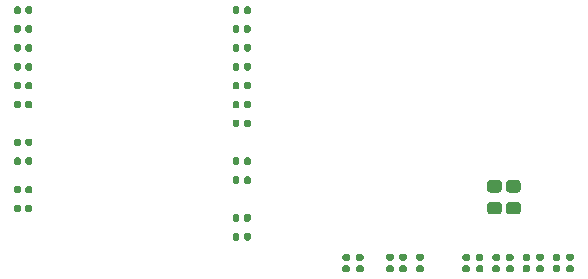
<source format=gbr>
%TF.GenerationSoftware,KiCad,Pcbnew,(5.1.6)-1*%
%TF.CreationDate,2020-11-04T19:27:13+09:00*%
%TF.ProjectId,FlightComputer,466c6967-6874-4436-9f6d-70757465722e,rev?*%
%TF.SameCoordinates,Original*%
%TF.FileFunction,Paste,Bot*%
%TF.FilePolarity,Positive*%
%FSLAX46Y46*%
G04 Gerber Fmt 4.6, Leading zero omitted, Abs format (unit mm)*
G04 Created by KiCad (PCBNEW (5.1.6)-1) date 2020-11-04 19:27:13*
%MOMM*%
%LPD*%
G01*
G04 APERTURE LIST*
G04 APERTURE END LIST*
%TO.C,R94*%
G36*
G01*
X65110000Y-81252500D02*
X65110000Y-81597500D01*
G75*
G02*
X64962500Y-81745000I-147500J0D01*
G01*
X64667500Y-81745000D01*
G75*
G02*
X64520000Y-81597500I0J147500D01*
G01*
X64520000Y-81252500D01*
G75*
G02*
X64667500Y-81105000I147500J0D01*
G01*
X64962500Y-81105000D01*
G75*
G02*
X65110000Y-81252500I0J-147500D01*
G01*
G37*
G36*
G01*
X66080000Y-81252500D02*
X66080000Y-81597500D01*
G75*
G02*
X65932500Y-81745000I-147500J0D01*
G01*
X65637500Y-81745000D01*
G75*
G02*
X65490000Y-81597500I0J147500D01*
G01*
X65490000Y-81252500D01*
G75*
G02*
X65637500Y-81105000I147500J0D01*
G01*
X65932500Y-81105000D01*
G75*
G02*
X66080000Y-81252500I0J-147500D01*
G01*
G37*
%TD*%
%TO.C,R91*%
G36*
G01*
X83990000Y-81597500D02*
X83990000Y-81252500D01*
G75*
G02*
X84137500Y-81105000I147500J0D01*
G01*
X84432500Y-81105000D01*
G75*
G02*
X84580000Y-81252500I0J-147500D01*
G01*
X84580000Y-81597500D01*
G75*
G02*
X84432500Y-81745000I-147500J0D01*
G01*
X84137500Y-81745000D01*
G75*
G02*
X83990000Y-81597500I0J147500D01*
G01*
G37*
G36*
G01*
X83020000Y-81597500D02*
X83020000Y-81252500D01*
G75*
G02*
X83167500Y-81105000I147500J0D01*
G01*
X83462500Y-81105000D01*
G75*
G02*
X83610000Y-81252500I0J-147500D01*
G01*
X83610000Y-81597500D01*
G75*
G02*
X83462500Y-81745000I-147500J0D01*
G01*
X83167500Y-81745000D01*
G75*
G02*
X83020000Y-81597500I0J147500D01*
G01*
G37*
%TD*%
%TO.C,R89*%
G36*
G01*
X83990000Y-83197500D02*
X83990000Y-82852500D01*
G75*
G02*
X84137500Y-82705000I147500J0D01*
G01*
X84432500Y-82705000D01*
G75*
G02*
X84580000Y-82852500I0J-147500D01*
G01*
X84580000Y-83197500D01*
G75*
G02*
X84432500Y-83345000I-147500J0D01*
G01*
X84137500Y-83345000D01*
G75*
G02*
X83990000Y-83197500I0J147500D01*
G01*
G37*
G36*
G01*
X83020000Y-83197500D02*
X83020000Y-82852500D01*
G75*
G02*
X83167500Y-82705000I147500J0D01*
G01*
X83462500Y-82705000D01*
G75*
G02*
X83610000Y-82852500I0J-147500D01*
G01*
X83610000Y-83197500D01*
G75*
G02*
X83462500Y-83345000I-147500J0D01*
G01*
X83167500Y-83345000D01*
G75*
G02*
X83020000Y-83197500I0J147500D01*
G01*
G37*
%TD*%
%TO.C,R88*%
G36*
G01*
X65110000Y-82852500D02*
X65110000Y-83197500D01*
G75*
G02*
X64962500Y-83345000I-147500J0D01*
G01*
X64667500Y-83345000D01*
G75*
G02*
X64520000Y-83197500I0J147500D01*
G01*
X64520000Y-82852500D01*
G75*
G02*
X64667500Y-82705000I147500J0D01*
G01*
X64962500Y-82705000D01*
G75*
G02*
X65110000Y-82852500I0J-147500D01*
G01*
G37*
G36*
G01*
X66080000Y-82852500D02*
X66080000Y-83197500D01*
G75*
G02*
X65932500Y-83345000I-147500J0D01*
G01*
X65637500Y-83345000D01*
G75*
G02*
X65490000Y-83197500I0J147500D01*
G01*
X65490000Y-82852500D01*
G75*
G02*
X65637500Y-82705000I147500J0D01*
G01*
X65932500Y-82705000D01*
G75*
G02*
X66080000Y-82852500I0J-147500D01*
G01*
G37*
%TD*%
%TO.C,R85*%
G36*
G01*
X83990000Y-79997500D02*
X83990000Y-79652500D01*
G75*
G02*
X84137500Y-79505000I147500J0D01*
G01*
X84432500Y-79505000D01*
G75*
G02*
X84580000Y-79652500I0J-147500D01*
G01*
X84580000Y-79997500D01*
G75*
G02*
X84432500Y-80145000I-147500J0D01*
G01*
X84137500Y-80145000D01*
G75*
G02*
X83990000Y-79997500I0J147500D01*
G01*
G37*
G36*
G01*
X83020000Y-79997500D02*
X83020000Y-79652500D01*
G75*
G02*
X83167500Y-79505000I147500J0D01*
G01*
X83462500Y-79505000D01*
G75*
G02*
X83610000Y-79652500I0J-147500D01*
G01*
X83610000Y-79997500D01*
G75*
G02*
X83462500Y-80145000I-147500J0D01*
G01*
X83167500Y-80145000D01*
G75*
G02*
X83020000Y-79997500I0J147500D01*
G01*
G37*
%TD*%
%TO.C,R82*%
G36*
G01*
X65490000Y-91997500D02*
X65490000Y-91652500D01*
G75*
G02*
X65637500Y-91505000I147500J0D01*
G01*
X65932500Y-91505000D01*
G75*
G02*
X66080000Y-91652500I0J-147500D01*
G01*
X66080000Y-91997500D01*
G75*
G02*
X65932500Y-92145000I-147500J0D01*
G01*
X65637500Y-92145000D01*
G75*
G02*
X65490000Y-91997500I0J147500D01*
G01*
G37*
G36*
G01*
X64520000Y-91997500D02*
X64520000Y-91652500D01*
G75*
G02*
X64667500Y-91505000I147500J0D01*
G01*
X64962500Y-91505000D01*
G75*
G02*
X65110000Y-91652500I0J-147500D01*
G01*
X65110000Y-91997500D01*
G75*
G02*
X64962500Y-92145000I-147500J0D01*
G01*
X64667500Y-92145000D01*
G75*
G02*
X64520000Y-91997500I0J147500D01*
G01*
G37*
%TD*%
%TO.C,R80*%
G36*
G01*
X65490000Y-90397500D02*
X65490000Y-90052500D01*
G75*
G02*
X65637500Y-89905000I147500J0D01*
G01*
X65932500Y-89905000D01*
G75*
G02*
X66080000Y-90052500I0J-147500D01*
G01*
X66080000Y-90397500D01*
G75*
G02*
X65932500Y-90545000I-147500J0D01*
G01*
X65637500Y-90545000D01*
G75*
G02*
X65490000Y-90397500I0J147500D01*
G01*
G37*
G36*
G01*
X64520000Y-90397500D02*
X64520000Y-90052500D01*
G75*
G02*
X64667500Y-89905000I147500J0D01*
G01*
X64962500Y-89905000D01*
G75*
G02*
X65110000Y-90052500I0J-147500D01*
G01*
X65110000Y-90397500D01*
G75*
G02*
X64962500Y-90545000I-147500J0D01*
G01*
X64667500Y-90545000D01*
G75*
G02*
X64520000Y-90397500I0J147500D01*
G01*
G37*
%TD*%
%TO.C,R78*%
G36*
G01*
X65110000Y-79652500D02*
X65110000Y-79997500D01*
G75*
G02*
X64962500Y-80145000I-147500J0D01*
G01*
X64667500Y-80145000D01*
G75*
G02*
X64520000Y-79997500I0J147500D01*
G01*
X64520000Y-79652500D01*
G75*
G02*
X64667500Y-79505000I147500J0D01*
G01*
X64962500Y-79505000D01*
G75*
G02*
X65110000Y-79652500I0J-147500D01*
G01*
G37*
G36*
G01*
X66080000Y-79652500D02*
X66080000Y-79997500D01*
G75*
G02*
X65932500Y-80145000I-147500J0D01*
G01*
X65637500Y-80145000D01*
G75*
G02*
X65490000Y-79997500I0J147500D01*
G01*
X65490000Y-79652500D01*
G75*
G02*
X65637500Y-79505000I147500J0D01*
G01*
X65932500Y-79505000D01*
G75*
G02*
X66080000Y-79652500I0J-147500D01*
G01*
G37*
%TD*%
%TO.C,R74*%
G36*
G01*
X83990000Y-78397500D02*
X83990000Y-78052500D01*
G75*
G02*
X84137500Y-77905000I147500J0D01*
G01*
X84432500Y-77905000D01*
G75*
G02*
X84580000Y-78052500I0J-147500D01*
G01*
X84580000Y-78397500D01*
G75*
G02*
X84432500Y-78545000I-147500J0D01*
G01*
X84137500Y-78545000D01*
G75*
G02*
X83990000Y-78397500I0J147500D01*
G01*
G37*
G36*
G01*
X83020000Y-78397500D02*
X83020000Y-78052500D01*
G75*
G02*
X83167500Y-77905000I147500J0D01*
G01*
X83462500Y-77905000D01*
G75*
G02*
X83610000Y-78052500I0J-147500D01*
G01*
X83610000Y-78397500D01*
G75*
G02*
X83462500Y-78545000I-147500J0D01*
G01*
X83167500Y-78545000D01*
G75*
G02*
X83020000Y-78397500I0J147500D01*
G01*
G37*
%TD*%
%TO.C,R73*%
G36*
G01*
X65490000Y-87997500D02*
X65490000Y-87652500D01*
G75*
G02*
X65637500Y-87505000I147500J0D01*
G01*
X65932500Y-87505000D01*
G75*
G02*
X66080000Y-87652500I0J-147500D01*
G01*
X66080000Y-87997500D01*
G75*
G02*
X65932500Y-88145000I-147500J0D01*
G01*
X65637500Y-88145000D01*
G75*
G02*
X65490000Y-87997500I0J147500D01*
G01*
G37*
G36*
G01*
X64520000Y-87997500D02*
X64520000Y-87652500D01*
G75*
G02*
X64667500Y-87505000I147500J0D01*
G01*
X64962500Y-87505000D01*
G75*
G02*
X65110000Y-87652500I0J-147500D01*
G01*
X65110000Y-87997500D01*
G75*
G02*
X64962500Y-88145000I-147500J0D01*
G01*
X64667500Y-88145000D01*
G75*
G02*
X64520000Y-87997500I0J147500D01*
G01*
G37*
%TD*%
%TO.C,R68*%
G36*
G01*
X65110000Y-78052500D02*
X65110000Y-78397500D01*
G75*
G02*
X64962500Y-78545000I-147500J0D01*
G01*
X64667500Y-78545000D01*
G75*
G02*
X64520000Y-78397500I0J147500D01*
G01*
X64520000Y-78052500D01*
G75*
G02*
X64667500Y-77905000I147500J0D01*
G01*
X64962500Y-77905000D01*
G75*
G02*
X65110000Y-78052500I0J-147500D01*
G01*
G37*
G36*
G01*
X66080000Y-78052500D02*
X66080000Y-78397500D01*
G75*
G02*
X65932500Y-78545000I-147500J0D01*
G01*
X65637500Y-78545000D01*
G75*
G02*
X65490000Y-78397500I0J147500D01*
G01*
X65490000Y-78052500D01*
G75*
G02*
X65637500Y-77905000I147500J0D01*
G01*
X65932500Y-77905000D01*
G75*
G02*
X66080000Y-78052500I0J-147500D01*
G01*
G37*
%TD*%
%TO.C,R63*%
G36*
G01*
X65110000Y-76452500D02*
X65110000Y-76797500D01*
G75*
G02*
X64962500Y-76945000I-147500J0D01*
G01*
X64667500Y-76945000D01*
G75*
G02*
X64520000Y-76797500I0J147500D01*
G01*
X64520000Y-76452500D01*
G75*
G02*
X64667500Y-76305000I147500J0D01*
G01*
X64962500Y-76305000D01*
G75*
G02*
X65110000Y-76452500I0J-147500D01*
G01*
G37*
G36*
G01*
X66080000Y-76452500D02*
X66080000Y-76797500D01*
G75*
G02*
X65932500Y-76945000I-147500J0D01*
G01*
X65637500Y-76945000D01*
G75*
G02*
X65490000Y-76797500I0J147500D01*
G01*
X65490000Y-76452500D01*
G75*
G02*
X65637500Y-76305000I147500J0D01*
G01*
X65932500Y-76305000D01*
G75*
G02*
X66080000Y-76452500I0J-147500D01*
G01*
G37*
%TD*%
%TO.C,R60*%
G36*
G01*
X83610000Y-87652500D02*
X83610000Y-87997500D01*
G75*
G02*
X83462500Y-88145000I-147500J0D01*
G01*
X83167500Y-88145000D01*
G75*
G02*
X83020000Y-87997500I0J147500D01*
G01*
X83020000Y-87652500D01*
G75*
G02*
X83167500Y-87505000I147500J0D01*
G01*
X83462500Y-87505000D01*
G75*
G02*
X83610000Y-87652500I0J-147500D01*
G01*
G37*
G36*
G01*
X84580000Y-87652500D02*
X84580000Y-87997500D01*
G75*
G02*
X84432500Y-88145000I-147500J0D01*
G01*
X84137500Y-88145000D01*
G75*
G02*
X83990000Y-87997500I0J147500D01*
G01*
X83990000Y-87652500D01*
G75*
G02*
X84137500Y-87505000I147500J0D01*
G01*
X84432500Y-87505000D01*
G75*
G02*
X84580000Y-87652500I0J-147500D01*
G01*
G37*
%TD*%
%TO.C,R59*%
G36*
G01*
X65110000Y-74852500D02*
X65110000Y-75197500D01*
G75*
G02*
X64962500Y-75345000I-147500J0D01*
G01*
X64667500Y-75345000D01*
G75*
G02*
X64520000Y-75197500I0J147500D01*
G01*
X64520000Y-74852500D01*
G75*
G02*
X64667500Y-74705000I147500J0D01*
G01*
X64962500Y-74705000D01*
G75*
G02*
X65110000Y-74852500I0J-147500D01*
G01*
G37*
G36*
G01*
X66080000Y-74852500D02*
X66080000Y-75197500D01*
G75*
G02*
X65932500Y-75345000I-147500J0D01*
G01*
X65637500Y-75345000D01*
G75*
G02*
X65490000Y-75197500I0J147500D01*
G01*
X65490000Y-74852500D01*
G75*
G02*
X65637500Y-74705000I147500J0D01*
G01*
X65932500Y-74705000D01*
G75*
G02*
X66080000Y-74852500I0J-147500D01*
G01*
G37*
%TD*%
%TO.C,R58*%
G36*
G01*
X83610000Y-89252500D02*
X83610000Y-89597500D01*
G75*
G02*
X83462500Y-89745000I-147500J0D01*
G01*
X83167500Y-89745000D01*
G75*
G02*
X83020000Y-89597500I0J147500D01*
G01*
X83020000Y-89252500D01*
G75*
G02*
X83167500Y-89105000I147500J0D01*
G01*
X83462500Y-89105000D01*
G75*
G02*
X83610000Y-89252500I0J-147500D01*
G01*
G37*
G36*
G01*
X84580000Y-89252500D02*
X84580000Y-89597500D01*
G75*
G02*
X84432500Y-89745000I-147500J0D01*
G01*
X84137500Y-89745000D01*
G75*
G02*
X83990000Y-89597500I0J147500D01*
G01*
X83990000Y-89252500D01*
G75*
G02*
X84137500Y-89105000I147500J0D01*
G01*
X84432500Y-89105000D01*
G75*
G02*
X84580000Y-89252500I0J-147500D01*
G01*
G37*
%TD*%
%TO.C,R57*%
G36*
G01*
X83990000Y-75197500D02*
X83990000Y-74852500D01*
G75*
G02*
X84137500Y-74705000I147500J0D01*
G01*
X84432500Y-74705000D01*
G75*
G02*
X84580000Y-74852500I0J-147500D01*
G01*
X84580000Y-75197500D01*
G75*
G02*
X84432500Y-75345000I-147500J0D01*
G01*
X84137500Y-75345000D01*
G75*
G02*
X83990000Y-75197500I0J147500D01*
G01*
G37*
G36*
G01*
X83020000Y-75197500D02*
X83020000Y-74852500D01*
G75*
G02*
X83167500Y-74705000I147500J0D01*
G01*
X83462500Y-74705000D01*
G75*
G02*
X83610000Y-74852500I0J-147500D01*
G01*
X83610000Y-75197500D01*
G75*
G02*
X83462500Y-75345000I-147500J0D01*
G01*
X83167500Y-75345000D01*
G75*
G02*
X83020000Y-75197500I0J147500D01*
G01*
G37*
%TD*%
%TO.C,R53*%
G36*
G01*
X83990000Y-76797500D02*
X83990000Y-76452500D01*
G75*
G02*
X84137500Y-76305000I147500J0D01*
G01*
X84432500Y-76305000D01*
G75*
G02*
X84580000Y-76452500I0J-147500D01*
G01*
X84580000Y-76797500D01*
G75*
G02*
X84432500Y-76945000I-147500J0D01*
G01*
X84137500Y-76945000D01*
G75*
G02*
X83990000Y-76797500I0J147500D01*
G01*
G37*
G36*
G01*
X83020000Y-76797500D02*
X83020000Y-76452500D01*
G75*
G02*
X83167500Y-76305000I147500J0D01*
G01*
X83462500Y-76305000D01*
G75*
G02*
X83610000Y-76452500I0J-147500D01*
G01*
X83610000Y-76797500D01*
G75*
G02*
X83462500Y-76945000I-147500J0D01*
G01*
X83167500Y-76945000D01*
G75*
G02*
X83020000Y-76797500I0J147500D01*
G01*
G37*
%TD*%
%TO.C,R52*%
G36*
G01*
X83610000Y-92452500D02*
X83610000Y-92797500D01*
G75*
G02*
X83462500Y-92945000I-147500J0D01*
G01*
X83167500Y-92945000D01*
G75*
G02*
X83020000Y-92797500I0J147500D01*
G01*
X83020000Y-92452500D01*
G75*
G02*
X83167500Y-92305000I147500J0D01*
G01*
X83462500Y-92305000D01*
G75*
G02*
X83610000Y-92452500I0J-147500D01*
G01*
G37*
G36*
G01*
X84580000Y-92452500D02*
X84580000Y-92797500D01*
G75*
G02*
X84432500Y-92945000I-147500J0D01*
G01*
X84137500Y-92945000D01*
G75*
G02*
X83990000Y-92797500I0J147500D01*
G01*
X83990000Y-92452500D01*
G75*
G02*
X84137500Y-92305000I147500J0D01*
G01*
X84432500Y-92305000D01*
G75*
G02*
X84580000Y-92452500I0J-147500D01*
G01*
G37*
%TD*%
%TO.C,R50*%
G36*
G01*
X83610000Y-94052500D02*
X83610000Y-94397500D01*
G75*
G02*
X83462500Y-94545000I-147500J0D01*
G01*
X83167500Y-94545000D01*
G75*
G02*
X83020000Y-94397500I0J147500D01*
G01*
X83020000Y-94052500D01*
G75*
G02*
X83167500Y-93905000I147500J0D01*
G01*
X83462500Y-93905000D01*
G75*
G02*
X83610000Y-94052500I0J-147500D01*
G01*
G37*
G36*
G01*
X84580000Y-94052500D02*
X84580000Y-94397500D01*
G75*
G02*
X84432500Y-94545000I-147500J0D01*
G01*
X84137500Y-94545000D01*
G75*
G02*
X83990000Y-94397500I0J147500D01*
G01*
X83990000Y-94052500D01*
G75*
G02*
X84137500Y-93905000I147500J0D01*
G01*
X84432500Y-93905000D01*
G75*
G02*
X84580000Y-94052500I0J-147500D01*
G01*
G37*
%TD*%
%TO.C,R9*%
G36*
G01*
X98727500Y-96640000D02*
X99072500Y-96640000D01*
G75*
G02*
X99220000Y-96787500I0J-147500D01*
G01*
X99220000Y-97082500D01*
G75*
G02*
X99072500Y-97230000I-147500J0D01*
G01*
X98727500Y-97230000D01*
G75*
G02*
X98580000Y-97082500I0J147500D01*
G01*
X98580000Y-96787500D01*
G75*
G02*
X98727500Y-96640000I147500J0D01*
G01*
G37*
G36*
G01*
X98727500Y-95670000D02*
X99072500Y-95670000D01*
G75*
G02*
X99220000Y-95817500I0J-147500D01*
G01*
X99220000Y-96112500D01*
G75*
G02*
X99072500Y-96260000I-147500J0D01*
G01*
X98727500Y-96260000D01*
G75*
G02*
X98580000Y-96112500I0J147500D01*
G01*
X98580000Y-95817500D01*
G75*
G02*
X98727500Y-95670000I147500J0D01*
G01*
G37*
%TD*%
%TO.C,L6*%
G36*
G01*
X111427500Y-96640000D02*
X111772500Y-96640000D01*
G75*
G02*
X111920000Y-96787500I0J-147500D01*
G01*
X111920000Y-97082500D01*
G75*
G02*
X111772500Y-97230000I-147500J0D01*
G01*
X111427500Y-97230000D01*
G75*
G02*
X111280000Y-97082500I0J147500D01*
G01*
X111280000Y-96787500D01*
G75*
G02*
X111427500Y-96640000I147500J0D01*
G01*
G37*
G36*
G01*
X111427500Y-95670000D02*
X111772500Y-95670000D01*
G75*
G02*
X111920000Y-95817500I0J-147500D01*
G01*
X111920000Y-96112500D01*
G75*
G02*
X111772500Y-96260000I-147500J0D01*
G01*
X111427500Y-96260000D01*
G75*
G02*
X111280000Y-96112500I0J147500D01*
G01*
X111280000Y-95817500D01*
G75*
G02*
X111427500Y-95670000I147500J0D01*
G01*
G37*
%TD*%
%TO.C,L5*%
G36*
G01*
X108877500Y-96640000D02*
X109222500Y-96640000D01*
G75*
G02*
X109370000Y-96787500I0J-147500D01*
G01*
X109370000Y-97082500D01*
G75*
G02*
X109222500Y-97230000I-147500J0D01*
G01*
X108877500Y-97230000D01*
G75*
G02*
X108730000Y-97082500I0J147500D01*
G01*
X108730000Y-96787500D01*
G75*
G02*
X108877500Y-96640000I147500J0D01*
G01*
G37*
G36*
G01*
X108877500Y-95670000D02*
X109222500Y-95670000D01*
G75*
G02*
X109370000Y-95817500I0J-147500D01*
G01*
X109370000Y-96112500D01*
G75*
G02*
X109222500Y-96260000I-147500J0D01*
G01*
X108877500Y-96260000D01*
G75*
G02*
X108730000Y-96112500I0J147500D01*
G01*
X108730000Y-95817500D01*
G75*
G02*
X108877500Y-95670000I147500J0D01*
G01*
G37*
%TD*%
%TO.C,L4*%
G36*
G01*
X106327500Y-96640000D02*
X106672500Y-96640000D01*
G75*
G02*
X106820000Y-96787500I0J-147500D01*
G01*
X106820000Y-97082500D01*
G75*
G02*
X106672500Y-97230000I-147500J0D01*
G01*
X106327500Y-97230000D01*
G75*
G02*
X106180000Y-97082500I0J147500D01*
G01*
X106180000Y-96787500D01*
G75*
G02*
X106327500Y-96640000I147500J0D01*
G01*
G37*
G36*
G01*
X106327500Y-95670000D02*
X106672500Y-95670000D01*
G75*
G02*
X106820000Y-95817500I0J-147500D01*
G01*
X106820000Y-96112500D01*
G75*
G02*
X106672500Y-96260000I-147500J0D01*
G01*
X106327500Y-96260000D01*
G75*
G02*
X106180000Y-96112500I0J147500D01*
G01*
X106180000Y-95817500D01*
G75*
G02*
X106327500Y-95670000I147500J0D01*
G01*
G37*
%TD*%
%TO.C,L3*%
G36*
G01*
X103777500Y-96640000D02*
X104122500Y-96640000D01*
G75*
G02*
X104270000Y-96787500I0J-147500D01*
G01*
X104270000Y-97082500D01*
G75*
G02*
X104122500Y-97230000I-147500J0D01*
G01*
X103777500Y-97230000D01*
G75*
G02*
X103630000Y-97082500I0J147500D01*
G01*
X103630000Y-96787500D01*
G75*
G02*
X103777500Y-96640000I147500J0D01*
G01*
G37*
G36*
G01*
X103777500Y-95670000D02*
X104122500Y-95670000D01*
G75*
G02*
X104270000Y-95817500I0J-147500D01*
G01*
X104270000Y-96112500D01*
G75*
G02*
X104122500Y-96260000I-147500J0D01*
G01*
X103777500Y-96260000D01*
G75*
G02*
X103630000Y-96112500I0J147500D01*
G01*
X103630000Y-95817500D01*
G75*
G02*
X103777500Y-95670000I147500J0D01*
G01*
G37*
%TD*%
%TO.C,L2*%
G36*
G01*
X96177500Y-96640000D02*
X96522500Y-96640000D01*
G75*
G02*
X96670000Y-96787500I0J-147500D01*
G01*
X96670000Y-97082500D01*
G75*
G02*
X96522500Y-97230000I-147500J0D01*
G01*
X96177500Y-97230000D01*
G75*
G02*
X96030000Y-97082500I0J147500D01*
G01*
X96030000Y-96787500D01*
G75*
G02*
X96177500Y-96640000I147500J0D01*
G01*
G37*
G36*
G01*
X96177500Y-95670000D02*
X96522500Y-95670000D01*
G75*
G02*
X96670000Y-95817500I0J-147500D01*
G01*
X96670000Y-96112500D01*
G75*
G02*
X96522500Y-96260000I-147500J0D01*
G01*
X96177500Y-96260000D01*
G75*
G02*
X96030000Y-96112500I0J147500D01*
G01*
X96030000Y-95817500D01*
G75*
G02*
X96177500Y-95670000I147500J0D01*
G01*
G37*
%TD*%
%TO.C,L1*%
G36*
G01*
X93627500Y-96640000D02*
X93972500Y-96640000D01*
G75*
G02*
X94120000Y-96787500I0J-147500D01*
G01*
X94120000Y-97082500D01*
G75*
G02*
X93972500Y-97230000I-147500J0D01*
G01*
X93627500Y-97230000D01*
G75*
G02*
X93480000Y-97082500I0J147500D01*
G01*
X93480000Y-96787500D01*
G75*
G02*
X93627500Y-96640000I147500J0D01*
G01*
G37*
G36*
G01*
X93627500Y-95670000D02*
X93972500Y-95670000D01*
G75*
G02*
X94120000Y-95817500I0J-147500D01*
G01*
X94120000Y-96112500D01*
G75*
G02*
X93972500Y-96260000I-147500J0D01*
G01*
X93627500Y-96260000D01*
G75*
G02*
X93480000Y-96112500I0J147500D01*
G01*
X93480000Y-95817500D01*
G75*
G02*
X93627500Y-95670000I147500J0D01*
G01*
G37*
%TD*%
%TO.C,C48*%
G36*
G01*
X83610000Y-84452500D02*
X83610000Y-84797500D01*
G75*
G02*
X83462500Y-84945000I-147500J0D01*
G01*
X83167500Y-84945000D01*
G75*
G02*
X83020000Y-84797500I0J147500D01*
G01*
X83020000Y-84452500D01*
G75*
G02*
X83167500Y-84305000I147500J0D01*
G01*
X83462500Y-84305000D01*
G75*
G02*
X83610000Y-84452500I0J-147500D01*
G01*
G37*
G36*
G01*
X84580000Y-84452500D02*
X84580000Y-84797500D01*
G75*
G02*
X84432500Y-84945000I-147500J0D01*
G01*
X84137500Y-84945000D01*
G75*
G02*
X83990000Y-84797500I0J147500D01*
G01*
X83990000Y-84452500D01*
G75*
G02*
X84137500Y-84305000I147500J0D01*
G01*
X84432500Y-84305000D01*
G75*
G02*
X84580000Y-84452500I0J-147500D01*
G01*
G37*
%TD*%
%TO.C,C43*%
G36*
G01*
X65490000Y-86397500D02*
X65490000Y-86052500D01*
G75*
G02*
X65637500Y-85905000I147500J0D01*
G01*
X65932500Y-85905000D01*
G75*
G02*
X66080000Y-86052500I0J-147500D01*
G01*
X66080000Y-86397500D01*
G75*
G02*
X65932500Y-86545000I-147500J0D01*
G01*
X65637500Y-86545000D01*
G75*
G02*
X65490000Y-86397500I0J147500D01*
G01*
G37*
G36*
G01*
X64520000Y-86397500D02*
X64520000Y-86052500D01*
G75*
G02*
X64667500Y-85905000I147500J0D01*
G01*
X64962500Y-85905000D01*
G75*
G02*
X65110000Y-86052500I0J-147500D01*
G01*
X65110000Y-86397500D01*
G75*
G02*
X64962500Y-86545000I-147500J0D01*
G01*
X64667500Y-86545000D01*
G75*
G02*
X64520000Y-86397500I0J147500D01*
G01*
G37*
%TD*%
%TO.C,C13*%
G36*
G01*
X110622500Y-96260000D02*
X110277500Y-96260000D01*
G75*
G02*
X110130000Y-96112500I0J147500D01*
G01*
X110130000Y-95817500D01*
G75*
G02*
X110277500Y-95670000I147500J0D01*
G01*
X110622500Y-95670000D01*
G75*
G02*
X110770000Y-95817500I0J-147500D01*
G01*
X110770000Y-96112500D01*
G75*
G02*
X110622500Y-96260000I-147500J0D01*
G01*
G37*
G36*
G01*
X110622500Y-97230000D02*
X110277500Y-97230000D01*
G75*
G02*
X110130000Y-97082500I0J147500D01*
G01*
X110130000Y-96787500D01*
G75*
G02*
X110277500Y-96640000I147500J0D01*
G01*
X110622500Y-96640000D01*
G75*
G02*
X110770000Y-96787500I0J-147500D01*
G01*
X110770000Y-97082500D01*
G75*
G02*
X110622500Y-97230000I-147500J0D01*
G01*
G37*
%TD*%
%TO.C,C12*%
G36*
G01*
X108072500Y-96260000D02*
X107727500Y-96260000D01*
G75*
G02*
X107580000Y-96112500I0J147500D01*
G01*
X107580000Y-95817500D01*
G75*
G02*
X107727500Y-95670000I147500J0D01*
G01*
X108072500Y-95670000D01*
G75*
G02*
X108220000Y-95817500I0J-147500D01*
G01*
X108220000Y-96112500D01*
G75*
G02*
X108072500Y-96260000I-147500J0D01*
G01*
G37*
G36*
G01*
X108072500Y-97230000D02*
X107727500Y-97230000D01*
G75*
G02*
X107580000Y-97082500I0J147500D01*
G01*
X107580000Y-96787500D01*
G75*
G02*
X107727500Y-96640000I147500J0D01*
G01*
X108072500Y-96640000D01*
G75*
G02*
X108220000Y-96787500I0J-147500D01*
G01*
X108220000Y-97082500D01*
G75*
G02*
X108072500Y-97230000I-147500J0D01*
G01*
G37*
%TD*%
%TO.C,C11*%
G36*
G01*
X105522500Y-96260000D02*
X105177500Y-96260000D01*
G75*
G02*
X105030000Y-96112500I0J147500D01*
G01*
X105030000Y-95817500D01*
G75*
G02*
X105177500Y-95670000I147500J0D01*
G01*
X105522500Y-95670000D01*
G75*
G02*
X105670000Y-95817500I0J-147500D01*
G01*
X105670000Y-96112500D01*
G75*
G02*
X105522500Y-96260000I-147500J0D01*
G01*
G37*
G36*
G01*
X105522500Y-97230000D02*
X105177500Y-97230000D01*
G75*
G02*
X105030000Y-97082500I0J147500D01*
G01*
X105030000Y-96787500D01*
G75*
G02*
X105177500Y-96640000I147500J0D01*
G01*
X105522500Y-96640000D01*
G75*
G02*
X105670000Y-96787500I0J-147500D01*
G01*
X105670000Y-97082500D01*
G75*
G02*
X105522500Y-97230000I-147500J0D01*
G01*
G37*
%TD*%
%TO.C,C10*%
G36*
G01*
X102972500Y-96260000D02*
X102627500Y-96260000D01*
G75*
G02*
X102480000Y-96112500I0J147500D01*
G01*
X102480000Y-95817500D01*
G75*
G02*
X102627500Y-95670000I147500J0D01*
G01*
X102972500Y-95670000D01*
G75*
G02*
X103120000Y-95817500I0J-147500D01*
G01*
X103120000Y-96112500D01*
G75*
G02*
X102972500Y-96260000I-147500J0D01*
G01*
G37*
G36*
G01*
X102972500Y-97230000D02*
X102627500Y-97230000D01*
G75*
G02*
X102480000Y-97082500I0J147500D01*
G01*
X102480000Y-96787500D01*
G75*
G02*
X102627500Y-96640000I147500J0D01*
G01*
X102972500Y-96640000D01*
G75*
G02*
X103120000Y-96787500I0J-147500D01*
G01*
X103120000Y-97082500D01*
G75*
G02*
X102972500Y-97230000I-147500J0D01*
G01*
G37*
%TD*%
%TO.C,C9*%
G36*
G01*
X105825000Y-91524999D02*
X105825000Y-92075001D01*
G75*
G02*
X105575001Y-92325000I-249999J0D01*
G01*
X104824999Y-92325000D01*
G75*
G02*
X104575000Y-92075001I0J249999D01*
G01*
X104575000Y-91524999D01*
G75*
G02*
X104824999Y-91275000I249999J0D01*
G01*
X105575001Y-91275000D01*
G75*
G02*
X105825000Y-91524999I0J-249999D01*
G01*
G37*
G36*
G01*
X107425000Y-91524999D02*
X107425000Y-92075001D01*
G75*
G02*
X107175001Y-92325000I-249999J0D01*
G01*
X106424999Y-92325000D01*
G75*
G02*
X106175000Y-92075001I0J249999D01*
G01*
X106175000Y-91524999D01*
G75*
G02*
X106424999Y-91275000I249999J0D01*
G01*
X107175001Y-91275000D01*
G75*
G02*
X107425000Y-91524999I0J-249999D01*
G01*
G37*
%TD*%
%TO.C,C8*%
G36*
G01*
X105825000Y-89674999D02*
X105825000Y-90225001D01*
G75*
G02*
X105575001Y-90475000I-249999J0D01*
G01*
X104824999Y-90475000D01*
G75*
G02*
X104575000Y-90225001I0J249999D01*
G01*
X104575000Y-89674999D01*
G75*
G02*
X104824999Y-89425000I249999J0D01*
G01*
X105575001Y-89425000D01*
G75*
G02*
X105825000Y-89674999I0J-249999D01*
G01*
G37*
G36*
G01*
X107425000Y-89674999D02*
X107425000Y-90225001D01*
G75*
G02*
X107175001Y-90475000I-249999J0D01*
G01*
X106424999Y-90475000D01*
G75*
G02*
X106175000Y-90225001I0J249999D01*
G01*
X106175000Y-89674999D01*
G75*
G02*
X106424999Y-89425000I249999J0D01*
G01*
X107175001Y-89425000D01*
G75*
G02*
X107425000Y-89674999I0J-249999D01*
G01*
G37*
%TD*%
%TO.C,C7*%
G36*
G01*
X97622500Y-96260000D02*
X97277500Y-96260000D01*
G75*
G02*
X97130000Y-96112500I0J147500D01*
G01*
X97130000Y-95817500D01*
G75*
G02*
X97277500Y-95670000I147500J0D01*
G01*
X97622500Y-95670000D01*
G75*
G02*
X97770000Y-95817500I0J-147500D01*
G01*
X97770000Y-96112500D01*
G75*
G02*
X97622500Y-96260000I-147500J0D01*
G01*
G37*
G36*
G01*
X97622500Y-97230000D02*
X97277500Y-97230000D01*
G75*
G02*
X97130000Y-97082500I0J147500D01*
G01*
X97130000Y-96787500D01*
G75*
G02*
X97277500Y-96640000I147500J0D01*
G01*
X97622500Y-96640000D01*
G75*
G02*
X97770000Y-96787500I0J-147500D01*
G01*
X97770000Y-97082500D01*
G75*
G02*
X97622500Y-97230000I-147500J0D01*
G01*
G37*
%TD*%
%TO.C,C6*%
G36*
G01*
X92822500Y-96260000D02*
X92477500Y-96260000D01*
G75*
G02*
X92330000Y-96112500I0J147500D01*
G01*
X92330000Y-95817500D01*
G75*
G02*
X92477500Y-95670000I147500J0D01*
G01*
X92822500Y-95670000D01*
G75*
G02*
X92970000Y-95817500I0J-147500D01*
G01*
X92970000Y-96112500D01*
G75*
G02*
X92822500Y-96260000I-147500J0D01*
G01*
G37*
G36*
G01*
X92822500Y-97230000D02*
X92477500Y-97230000D01*
G75*
G02*
X92330000Y-97082500I0J147500D01*
G01*
X92330000Y-96787500D01*
G75*
G02*
X92477500Y-96640000I147500J0D01*
G01*
X92822500Y-96640000D01*
G75*
G02*
X92970000Y-96787500I0J-147500D01*
G01*
X92970000Y-97082500D01*
G75*
G02*
X92822500Y-97230000I-147500J0D01*
G01*
G37*
%TD*%
M02*

</source>
